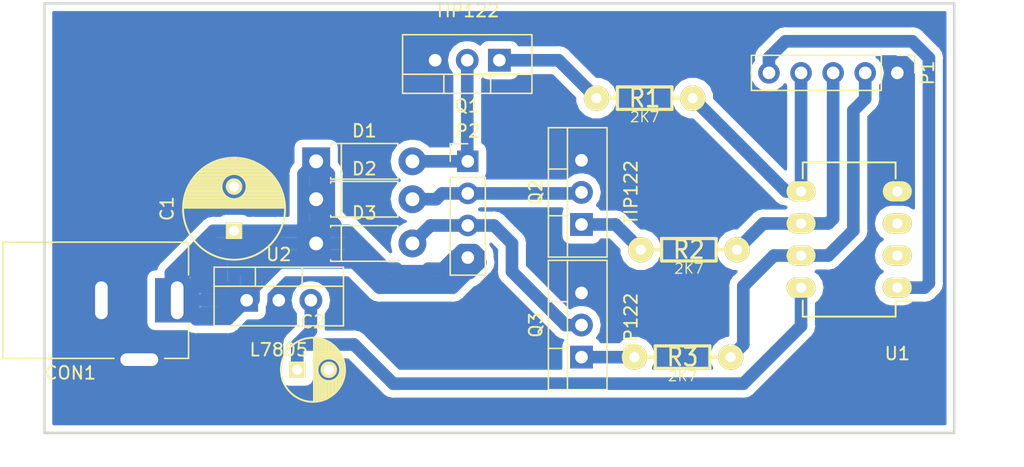
<source format=kicad_pcb>
(kicad_pcb (version 20171130) (host pcbnew "(5.0.0-rc2-dev-493-gd776eaca8)")

  (general
    (thickness 1.6)
    (drawings 6)
    (tracks 155)
    (zones 0)
    (modules 16)
    (nets 14)
  )

  (page A4)
  (layers
    (0 F.Cu signal)
    (31 B.Cu signal)
    (32 B.Adhes user)
    (33 F.Adhes user)
    (34 B.Paste user)
    (35 F.Paste user)
    (36 B.SilkS user)
    (37 F.SilkS user)
    (38 B.Mask user)
    (39 F.Mask user)
    (40 Dwgs.User user)
    (41 Cmts.User user)
    (42 Eco1.User user)
    (43 Eco2.User user)
    (44 Edge.Cuts user)
    (45 Margin user)
    (46 B.CrtYd user)
    (47 F.CrtYd user)
    (48 B.Fab user)
    (49 F.Fab user)
  )

  (setup
    (last_trace_width 1)
    (trace_clearance 0.6)
    (zone_clearance 0.508)
    (zone_45_only no)
    (trace_min 0.2)
    (segment_width 0.2)
    (edge_width 0.15)
    (via_size 1)
    (via_drill 0.8)
    (via_min_size 0.4)
    (via_min_drill 0.3)
    (uvia_size 0.3)
    (uvia_drill 0.1)
    (uvias_allowed no)
    (uvia_min_size 0.2)
    (uvia_min_drill 0.1)
    (pcb_text_width 0.3)
    (pcb_text_size 1.5 1.5)
    (mod_edge_width 0.15)
    (mod_text_size 1 1)
    (mod_text_width 0.15)
    (pad_size 1.524 1.524)
    (pad_drill 0.762)
    (pad_to_mask_clearance 0.2)
    (aux_axis_origin 101 92)
    (grid_origin 101 92)
    (visible_elements FFFFFF7F)
    (pcbplotparams
      (layerselection 0x01020_fffffffe)
      (usegerberextensions false)
      (usegerberattributes false)
      (usegerberadvancedattributes false)
      (creategerberjobfile false)
      (excludeedgelayer true)
      (linewidth 0.100000)
      (plotframeref false)
      (viasonmask false)
      (mode 1)
      (useauxorigin true)
      (hpglpennumber 1)
      (hpglpenspeed 20)
      (hpglpendiameter 15)
      (psnegative false)
      (psa4output false)
      (plotreference true)
      (plotvalue true)
      (plotinvisibletext false)
      (padsonsilk false)
      (subtractmaskfromsilk false)
      (outputformat 1)
      (mirror false)
      (drillshape 0)
      (scaleselection 1)
      (outputdirectory Gerbera/))
  )

  (net 0 "")
  (net 1 GND)
  (net 2 COMMON)
  (net 3 +5V)
  (net 4 R)
  (net 5 S)
  (net 6 T)
  (net 7 ~RESET)
  (net 8 R_CTRL)
  (net 9 S_CTRL)
  (net 10 T_CTRL)
  (net 11 "Net-(Q1-Pad1)")
  (net 12 "Net-(Q2-Pad1)")
  (net 13 "Net-(Q3-Pad1)")

  (net_class Default "This is the default net class."
    (clearance 0.6)
    (trace_width 1)
    (via_dia 1)
    (via_drill 0.8)
    (uvia_dia 0.3)
    (uvia_drill 0.1)
    (add_net +5V)
    (add_net COMMON)
    (add_net GND)
    (add_net "Net-(Q1-Pad1)")
    (add_net "Net-(Q2-Pad1)")
    (add_net "Net-(Q3-Pad1)")
    (add_net R)
    (add_net R_CTRL)
    (add_net S)
    (add_net S_CTRL)
    (add_net T)
    (add_net T_CTRL)
    (add_net ~RESET)
  )

  (module Capacitors_ThroughHole:C_Radial_D8_L11.5_P3.5 (layer F.Cu) (tedit 0) (tstamp 5B2AE52A)
    (at 116 76 90)
    (descr "Radial Electrolytic Capacitor Diameter 8mm x Length 11.5mm, Pitch 3.5mm")
    (tags "Electrolytic Capacitor")
    (path /5B20D509)
    (fp_text reference C1 (at 1.75 -5.3 90) (layer F.SilkS)
      (effects (font (size 1 1) (thickness 0.15)))
    )
    (fp_text value 100u (at 1.75 5.3 90) (layer F.Fab)
      (effects (font (size 1 1) (thickness 0.15)))
    )
    (fp_line (start 1.825 -3.999) (end 1.825 3.999) (layer F.SilkS) (width 0.15))
    (fp_line (start 1.965 -3.994) (end 1.965 3.994) (layer F.SilkS) (width 0.15))
    (fp_line (start 2.105 -3.984) (end 2.105 3.984) (layer F.SilkS) (width 0.15))
    (fp_line (start 2.245 -3.969) (end 2.245 3.969) (layer F.SilkS) (width 0.15))
    (fp_line (start 2.385 -3.949) (end 2.385 3.949) (layer F.SilkS) (width 0.15))
    (fp_line (start 2.525 -3.924) (end 2.525 -0.222) (layer F.SilkS) (width 0.15))
    (fp_line (start 2.525 0.222) (end 2.525 3.924) (layer F.SilkS) (width 0.15))
    (fp_line (start 2.665 -3.894) (end 2.665 -0.55) (layer F.SilkS) (width 0.15))
    (fp_line (start 2.665 0.55) (end 2.665 3.894) (layer F.SilkS) (width 0.15))
    (fp_line (start 2.805 -3.858) (end 2.805 -0.719) (layer F.SilkS) (width 0.15))
    (fp_line (start 2.805 0.719) (end 2.805 3.858) (layer F.SilkS) (width 0.15))
    (fp_line (start 2.945 -3.817) (end 2.945 -0.832) (layer F.SilkS) (width 0.15))
    (fp_line (start 2.945 0.832) (end 2.945 3.817) (layer F.SilkS) (width 0.15))
    (fp_line (start 3.085 -3.771) (end 3.085 -0.91) (layer F.SilkS) (width 0.15))
    (fp_line (start 3.085 0.91) (end 3.085 3.771) (layer F.SilkS) (width 0.15))
    (fp_line (start 3.225 -3.718) (end 3.225 -0.961) (layer F.SilkS) (width 0.15))
    (fp_line (start 3.225 0.961) (end 3.225 3.718) (layer F.SilkS) (width 0.15))
    (fp_line (start 3.365 -3.659) (end 3.365 -0.991) (layer F.SilkS) (width 0.15))
    (fp_line (start 3.365 0.991) (end 3.365 3.659) (layer F.SilkS) (width 0.15))
    (fp_line (start 3.505 -3.594) (end 3.505 -1) (layer F.SilkS) (width 0.15))
    (fp_line (start 3.505 1) (end 3.505 3.594) (layer F.SilkS) (width 0.15))
    (fp_line (start 3.645 -3.523) (end 3.645 -0.989) (layer F.SilkS) (width 0.15))
    (fp_line (start 3.645 0.989) (end 3.645 3.523) (layer F.SilkS) (width 0.15))
    (fp_line (start 3.785 -3.444) (end 3.785 -0.959) (layer F.SilkS) (width 0.15))
    (fp_line (start 3.785 0.959) (end 3.785 3.444) (layer F.SilkS) (width 0.15))
    (fp_line (start 3.925 -3.357) (end 3.925 -0.905) (layer F.SilkS) (width 0.15))
    (fp_line (start 3.925 0.905) (end 3.925 3.357) (layer F.SilkS) (width 0.15))
    (fp_line (start 4.065 -3.262) (end 4.065 -0.825) (layer F.SilkS) (width 0.15))
    (fp_line (start 4.065 0.825) (end 4.065 3.262) (layer F.SilkS) (width 0.15))
    (fp_line (start 4.205 -3.158) (end 4.205 -0.709) (layer F.SilkS) (width 0.15))
    (fp_line (start 4.205 0.709) (end 4.205 3.158) (layer F.SilkS) (width 0.15))
    (fp_line (start 4.345 -3.044) (end 4.345 -0.535) (layer F.SilkS) (width 0.15))
    (fp_line (start 4.345 0.535) (end 4.345 3.044) (layer F.SilkS) (width 0.15))
    (fp_line (start 4.485 -2.919) (end 4.485 -0.173) (layer F.SilkS) (width 0.15))
    (fp_line (start 4.485 0.173) (end 4.485 2.919) (layer F.SilkS) (width 0.15))
    (fp_line (start 4.625 -2.781) (end 4.625 2.781) (layer F.SilkS) (width 0.15))
    (fp_line (start 4.765 -2.629) (end 4.765 2.629) (layer F.SilkS) (width 0.15))
    (fp_line (start 4.905 -2.459) (end 4.905 2.459) (layer F.SilkS) (width 0.15))
    (fp_line (start 5.045 -2.268) (end 5.045 2.268) (layer F.SilkS) (width 0.15))
    (fp_line (start 5.185 -2.05) (end 5.185 2.05) (layer F.SilkS) (width 0.15))
    (fp_line (start 5.325 -1.794) (end 5.325 1.794) (layer F.SilkS) (width 0.15))
    (fp_line (start 5.465 -1.483) (end 5.465 1.483) (layer F.SilkS) (width 0.15))
    (fp_line (start 5.605 -1.067) (end 5.605 1.067) (layer F.SilkS) (width 0.15))
    (fp_line (start 5.745 -0.2) (end 5.745 0.2) (layer F.SilkS) (width 0.15))
    (fp_circle (center 3.5 0) (end 3.5 -1) (layer F.SilkS) (width 0.15))
    (fp_circle (center 1.75 0) (end 1.75 -4.0375) (layer F.SilkS) (width 0.15))
    (fp_circle (center 1.75 0) (end 1.75 -4.3) (layer F.CrtYd) (width 0.05))
    (pad 2 thru_hole circle (at 3.5 0 90) (size 1.3 1.3) (drill 0.8) (layers *.Cu *.Mask F.SilkS)
      (net 1 GND))
    (pad 1 thru_hole rect (at 0 0 90) (size 1.3 1.3) (drill 0.8) (layers *.Cu *.Mask F.SilkS)
      (net 2 COMMON))
    (model Capacitors_ThroughHole.3dshapes/C_Radial_D8_L11.5_P3.5.wrl
      (at (xyz 0 0 0))
      (scale (xyz 1 1 1))
      (rotate (xyz 0 0 0))
    )
  )

  (module Capacitors_ThroughHole:C_Radial_D5_L11_P2.5 (layer F.Cu) (tedit 0) (tstamp 5B2AE552)
    (at 121 87)
    (descr "Radial Electrolytic Capacitor Diameter 5mm x Length 11mm, Pitch 2.5mm")
    (tags "Electrolytic Capacitor")
    (path /5B20D5DD)
    (fp_text reference C2 (at 1.25 -3.8) (layer F.SilkS)
      (effects (font (size 1 1) (thickness 0.15)))
    )
    (fp_text value 10u (at 1.25 3.8) (layer F.Fab)
      (effects (font (size 1 1) (thickness 0.15)))
    )
    (fp_line (start 1.325 -2.499) (end 1.325 2.499) (layer F.SilkS) (width 0.15))
    (fp_line (start 1.465 -2.491) (end 1.465 2.491) (layer F.SilkS) (width 0.15))
    (fp_line (start 1.605 -2.475) (end 1.605 -0.095) (layer F.SilkS) (width 0.15))
    (fp_line (start 1.605 0.095) (end 1.605 2.475) (layer F.SilkS) (width 0.15))
    (fp_line (start 1.745 -2.451) (end 1.745 -0.49) (layer F.SilkS) (width 0.15))
    (fp_line (start 1.745 0.49) (end 1.745 2.451) (layer F.SilkS) (width 0.15))
    (fp_line (start 1.885 -2.418) (end 1.885 -0.657) (layer F.SilkS) (width 0.15))
    (fp_line (start 1.885 0.657) (end 1.885 2.418) (layer F.SilkS) (width 0.15))
    (fp_line (start 2.025 -2.377) (end 2.025 -0.764) (layer F.SilkS) (width 0.15))
    (fp_line (start 2.025 0.764) (end 2.025 2.377) (layer F.SilkS) (width 0.15))
    (fp_line (start 2.165 -2.327) (end 2.165 -0.835) (layer F.SilkS) (width 0.15))
    (fp_line (start 2.165 0.835) (end 2.165 2.327) (layer F.SilkS) (width 0.15))
    (fp_line (start 2.305 -2.266) (end 2.305 -0.879) (layer F.SilkS) (width 0.15))
    (fp_line (start 2.305 0.879) (end 2.305 2.266) (layer F.SilkS) (width 0.15))
    (fp_line (start 2.445 -2.196) (end 2.445 -0.898) (layer F.SilkS) (width 0.15))
    (fp_line (start 2.445 0.898) (end 2.445 2.196) (layer F.SilkS) (width 0.15))
    (fp_line (start 2.585 -2.114) (end 2.585 -0.896) (layer F.SilkS) (width 0.15))
    (fp_line (start 2.585 0.896) (end 2.585 2.114) (layer F.SilkS) (width 0.15))
    (fp_line (start 2.725 -2.019) (end 2.725 -0.871) (layer F.SilkS) (width 0.15))
    (fp_line (start 2.725 0.871) (end 2.725 2.019) (layer F.SilkS) (width 0.15))
    (fp_line (start 2.865 -1.908) (end 2.865 -0.823) (layer F.SilkS) (width 0.15))
    (fp_line (start 2.865 0.823) (end 2.865 1.908) (layer F.SilkS) (width 0.15))
    (fp_line (start 3.005 -1.78) (end 3.005 -0.745) (layer F.SilkS) (width 0.15))
    (fp_line (start 3.005 0.745) (end 3.005 1.78) (layer F.SilkS) (width 0.15))
    (fp_line (start 3.145 -1.631) (end 3.145 -0.628) (layer F.SilkS) (width 0.15))
    (fp_line (start 3.145 0.628) (end 3.145 1.631) (layer F.SilkS) (width 0.15))
    (fp_line (start 3.285 -1.452) (end 3.285 -0.44) (layer F.SilkS) (width 0.15))
    (fp_line (start 3.285 0.44) (end 3.285 1.452) (layer F.SilkS) (width 0.15))
    (fp_line (start 3.425 -1.233) (end 3.425 1.233) (layer F.SilkS) (width 0.15))
    (fp_line (start 3.565 -0.944) (end 3.565 0.944) (layer F.SilkS) (width 0.15))
    (fp_line (start 3.705 -0.472) (end 3.705 0.472) (layer F.SilkS) (width 0.15))
    (fp_circle (center 2.5 0) (end 2.5 -0.9) (layer F.SilkS) (width 0.15))
    (fp_circle (center 1.25 0) (end 1.25 -2.5375) (layer F.SilkS) (width 0.15))
    (fp_circle (center 1.25 0) (end 1.25 -2.8) (layer F.CrtYd) (width 0.05))
    (pad 1 thru_hole rect (at 0 0) (size 1.3 1.3) (drill 0.8) (layers *.Cu *.Mask F.SilkS)
      (net 3 +5V))
    (pad 2 thru_hole circle (at 2.5 0) (size 1.3 1.3) (drill 0.8) (layers *.Cu *.Mask F.SilkS)
      (net 1 GND))
    (model Capacitors_ThroughHole.3dshapes/C_Radial_D5_L11_P2.5.wrl
      (offset (xyz 1.25001018122673 0 0))
      (scale (xyz 1 1 1))
      (rotate (xyz 0 0 90))
    )
  )

  (module Connectors:BARREL_JACK (layer F.Cu) (tedit 5861378E) (tstamp 5B2AE571)
    (at 111.5 81.5)
    (descr "DC Barrel Jack")
    (tags "Power Jack")
    (path /5B21346B)
    (fp_text reference CON1 (at -8.45 5.75 180) (layer F.SilkS)
      (effects (font (size 1 1) (thickness 0.15)))
    )
    (fp_text value +12VDC (at -6.2 -5.5) (layer F.Fab)
      (effects (font (size 1 1) (thickness 0.15)))
    )
    (fp_line (start 1 -4.5) (end 1 -4.75) (layer F.CrtYd) (width 0.05))
    (fp_line (start 1 -4.75) (end -14 -4.75) (layer F.CrtYd) (width 0.05))
    (fp_line (start 1 -4.5) (end 1 -2) (layer F.CrtYd) (width 0.05))
    (fp_line (start 1 -2) (end 2 -2) (layer F.CrtYd) (width 0.05))
    (fp_line (start 2 -2) (end 2 2) (layer F.CrtYd) (width 0.05))
    (fp_line (start 2 2) (end 1 2) (layer F.CrtYd) (width 0.05))
    (fp_line (start 1 2) (end 1 4.75) (layer F.CrtYd) (width 0.05))
    (fp_line (start 1 4.75) (end -1 4.75) (layer F.CrtYd) (width 0.05))
    (fp_line (start -1 4.75) (end -1 6.75) (layer F.CrtYd) (width 0.05))
    (fp_line (start -1 6.75) (end -5 6.75) (layer F.CrtYd) (width 0.05))
    (fp_line (start -5 6.75) (end -5 4.75) (layer F.CrtYd) (width 0.05))
    (fp_line (start -5 4.75) (end -14 4.75) (layer F.CrtYd) (width 0.05))
    (fp_line (start -14 4.75) (end -14 -4.75) (layer F.CrtYd) (width 0.05))
    (fp_line (start -5 4.6) (end -13.8 4.6) (layer F.SilkS) (width 0.12))
    (fp_line (start -13.8 4.6) (end -13.8 -4.6) (layer F.SilkS) (width 0.12))
    (fp_line (start 0.9 1.9) (end 0.9 4.6) (layer F.SilkS) (width 0.12))
    (fp_line (start 0.9 4.6) (end -1 4.6) (layer F.SilkS) (width 0.12))
    (fp_line (start -13.8 -4.6) (end 0.9 -4.6) (layer F.SilkS) (width 0.12))
    (fp_line (start 0.9 -4.6) (end 0.9 -2) (layer F.SilkS) (width 0.12))
    (fp_line (start -10.2 -4.5) (end -10.2 4.5) (layer F.Fab) (width 0.1))
    (fp_line (start -13.7 -4.5) (end -13.7 4.5) (layer F.Fab) (width 0.1))
    (fp_line (start -13.7 4.5) (end 0.8 4.5) (layer F.Fab) (width 0.1))
    (fp_line (start 0.8 4.5) (end 0.8 -4.5) (layer F.Fab) (width 0.1))
    (fp_line (start 0.8 -4.5) (end -13.7 -4.5) (layer F.Fab) (width 0.1))
    (pad 1 thru_hole rect (at 0 0) (size 3.5 3.5) (drill oval 1 3) (layers *.Cu *.Mask)
      (net 2 COMMON))
    (pad 2 thru_hole rect (at -6 0) (size 3.5 3.5) (drill oval 1 3) (layers *.Cu *.Mask)
      (net 1 GND))
    (pad 3 thru_hole rect (at -3 4.7) (size 3.5 3.5) (drill oval 3 1) (layers *.Cu *.Mask)
      (net 1 GND))
  )

  (module Diodes_THT:D_DO-41_SOD81_P7.62mm_Horizontal (layer F.Cu) (tedit 5A372006) (tstamp 5B2AE589)
    (at 122.5 70.5)
    (descr "D, DO-41_SOD81 series, Axial, Horizontal, pin pitch=7.62mm, , length*diameter=5.2*2.7mm^2, , http://www.diodes.com/_files/packages/DO-41%20(Plastic).pdf")
    (tags "D DO-41_SOD81 series Axial Horizontal pin pitch 7.62mm  length 5.2mm diameter 2.7mm")
    (path /5B205EA6)
    (fp_text reference D1 (at 3.81 -2.41) (layer F.SilkS)
      (effects (font (size 1 1) (thickness 0.15)))
    )
    (fp_text value D (at 3.81 2.41) (layer F.Fab)
      (effects (font (size 1 1) (thickness 0.15)))
    )
    (fp_line (start 1.21 -1.35) (end 1.21 1.35) (layer F.Fab) (width 0.1))
    (fp_line (start 1.21 1.35) (end 6.41 1.35) (layer F.Fab) (width 0.1))
    (fp_line (start 6.41 1.35) (end 6.41 -1.35) (layer F.Fab) (width 0.1))
    (fp_line (start 6.41 -1.35) (end 1.21 -1.35) (layer F.Fab) (width 0.1))
    (fp_line (start 0 0) (end 1.21 0) (layer F.Fab) (width 0.1))
    (fp_line (start 7.62 0) (end 6.41 0) (layer F.Fab) (width 0.1))
    (fp_line (start 1.99 -1.35) (end 1.99 1.35) (layer F.Fab) (width 0.1))
    (fp_line (start 1.15 -1.28) (end 1.15 -1.41) (layer F.SilkS) (width 0.12))
    (fp_line (start 1.15 -1.41) (end 6.47 -1.41) (layer F.SilkS) (width 0.12))
    (fp_line (start 6.47 -1.41) (end 6.47 -1.28) (layer F.SilkS) (width 0.12))
    (fp_line (start 1.15 1.28) (end 1.15 1.41) (layer F.SilkS) (width 0.12))
    (fp_line (start 1.15 1.41) (end 6.47 1.41) (layer F.SilkS) (width 0.12))
    (fp_line (start 6.47 1.41) (end 6.47 1.28) (layer F.SilkS) (width 0.12))
    (fp_line (start 1.99 -1.41) (end 1.99 1.41) (layer F.SilkS) (width 0.12))
    (fp_line (start -1.35 -1.7) (end -1.35 1.7) (layer F.CrtYd) (width 0.05))
    (fp_line (start -1.35 1.7) (end 9 1.7) (layer F.CrtYd) (width 0.05))
    (fp_line (start 9 1.7) (end 9 -1.7) (layer F.CrtYd) (width 0.05))
    (fp_line (start 9 -1.7) (end -1.35 -1.7) (layer F.CrtYd) (width 0.05))
    (pad 1 thru_hole rect (at 0 0) (size 2.2 2.2) (drill 1.1) (layers *.Mask B.Cu)
      (net 2 COMMON))
    (pad 2 thru_hole oval (at 7.62 0) (size 2.2 2.2) (drill 1.1) (layers *.Mask B.Cu)
      (net 4 R))
    (model Diodes_THT.3dshapes/D_DO-41_SOD81_P7.62mm_Horizontal.wrl
      (at (xyz 0 0 0))
      (scale (xyz 0.393701 0.393701 0.393701))
      (rotate (xyz 0 0 0))
    )
  )

  (module Diodes_THT:D_DO-41_SOD81_P7.62mm_Horizontal (layer F.Cu) (tedit 5A372006) (tstamp 5B2AE5A1)
    (at 122.5 73.5)
    (descr "D, DO-41_SOD81 series, Axial, Horizontal, pin pitch=7.62mm, , length*diameter=5.2*2.7mm^2, , http://www.diodes.com/_files/packages/DO-41%20(Plastic).pdf")
    (tags "D DO-41_SOD81 series Axial Horizontal pin pitch 7.62mm  length 5.2mm diameter 2.7mm")
    (path /5B205F4B)
    (fp_text reference D2 (at 3.81 -2.41) (layer F.SilkS)
      (effects (font (size 1 1) (thickness 0.15)))
    )
    (fp_text value D (at 3.81 2.41) (layer F.Fab)
      (effects (font (size 1 1) (thickness 0.15)))
    )
    (fp_line (start 9 -1.7) (end -1.35 -1.7) (layer F.CrtYd) (width 0.05))
    (fp_line (start 9 1.7) (end 9 -1.7) (layer F.CrtYd) (width 0.05))
    (fp_line (start -1.35 1.7) (end 9 1.7) (layer F.CrtYd) (width 0.05))
    (fp_line (start -1.35 -1.7) (end -1.35 1.7) (layer F.CrtYd) (width 0.05))
    (fp_line (start 1.99 -1.41) (end 1.99 1.41) (layer F.SilkS) (width 0.12))
    (fp_line (start 6.47 1.41) (end 6.47 1.28) (layer F.SilkS) (width 0.12))
    (fp_line (start 1.15 1.41) (end 6.47 1.41) (layer F.SilkS) (width 0.12))
    (fp_line (start 1.15 1.28) (end 1.15 1.41) (layer F.SilkS) (width 0.12))
    (fp_line (start 6.47 -1.41) (end 6.47 -1.28) (layer F.SilkS) (width 0.12))
    (fp_line (start 1.15 -1.41) (end 6.47 -1.41) (layer F.SilkS) (width 0.12))
    (fp_line (start 1.15 -1.28) (end 1.15 -1.41) (layer F.SilkS) (width 0.12))
    (fp_line (start 1.99 -1.35) (end 1.99 1.35) (layer F.Fab) (width 0.1))
    (fp_line (start 7.62 0) (end 6.41 0) (layer F.Fab) (width 0.1))
    (fp_line (start 0 0) (end 1.21 0) (layer F.Fab) (width 0.1))
    (fp_line (start 6.41 -1.35) (end 1.21 -1.35) (layer F.Fab) (width 0.1))
    (fp_line (start 6.41 1.35) (end 6.41 -1.35) (layer F.Fab) (width 0.1))
    (fp_line (start 1.21 1.35) (end 6.41 1.35) (layer F.Fab) (width 0.1))
    (fp_line (start 1.21 -1.35) (end 1.21 1.35) (layer F.Fab) (width 0.1))
    (pad 2 thru_hole oval (at 7.62 0) (size 2.2 2.2) (drill 1.1) (layers *.Mask B.Cu)
      (net 5 S))
    (pad 1 thru_hole rect (at 0 0) (size 2.2 2.2) (drill 1.1) (layers *.Mask B.Cu)
      (net 2 COMMON))
    (model Diodes_THT.3dshapes/D_DO-41_SOD81_P7.62mm_Horizontal.wrl
      (at (xyz 0 0 0))
      (scale (xyz 0.393701 0.393701 0.393701))
      (rotate (xyz 0 0 0))
    )
  )

  (module Diodes_THT:D_DO-41_SOD81_P7.62mm_Horizontal (layer F.Cu) (tedit 5A372006) (tstamp 5B2AE5B9)
    (at 122.5 77)
    (descr "D, DO-41_SOD81 series, Axial, Horizontal, pin pitch=7.62mm, , length*diameter=5.2*2.7mm^2, , http://www.diodes.com/_files/packages/DO-41%20(Plastic).pdf")
    (tags "D DO-41_SOD81 series Axial Horizontal pin pitch 7.62mm  length 5.2mm diameter 2.7mm")
    (path /5B206085)
    (fp_text reference D3 (at 3.81 -2.41) (layer F.SilkS)
      (effects (font (size 1 1) (thickness 0.15)))
    )
    (fp_text value D (at 3.81 2.41) (layer F.Fab)
      (effects (font (size 1 1) (thickness 0.15)))
    )
    (fp_line (start 1.21 -1.35) (end 1.21 1.35) (layer F.Fab) (width 0.1))
    (fp_line (start 1.21 1.35) (end 6.41 1.35) (layer F.Fab) (width 0.1))
    (fp_line (start 6.41 1.35) (end 6.41 -1.35) (layer F.Fab) (width 0.1))
    (fp_line (start 6.41 -1.35) (end 1.21 -1.35) (layer F.Fab) (width 0.1))
    (fp_line (start 0 0) (end 1.21 0) (layer F.Fab) (width 0.1))
    (fp_line (start 7.62 0) (end 6.41 0) (layer F.Fab) (width 0.1))
    (fp_line (start 1.99 -1.35) (end 1.99 1.35) (layer F.Fab) (width 0.1))
    (fp_line (start 1.15 -1.28) (end 1.15 -1.41) (layer F.SilkS) (width 0.12))
    (fp_line (start 1.15 -1.41) (end 6.47 -1.41) (layer F.SilkS) (width 0.12))
    (fp_line (start 6.47 -1.41) (end 6.47 -1.28) (layer F.SilkS) (width 0.12))
    (fp_line (start 1.15 1.28) (end 1.15 1.41) (layer F.SilkS) (width 0.12))
    (fp_line (start 1.15 1.41) (end 6.47 1.41) (layer F.SilkS) (width 0.12))
    (fp_line (start 6.47 1.41) (end 6.47 1.28) (layer F.SilkS) (width 0.12))
    (fp_line (start 1.99 -1.41) (end 1.99 1.41) (layer F.SilkS) (width 0.12))
    (fp_line (start -1.35 -1.7) (end -1.35 1.7) (layer F.CrtYd) (width 0.05))
    (fp_line (start -1.35 1.7) (end 9 1.7) (layer F.CrtYd) (width 0.05))
    (fp_line (start 9 1.7) (end 9 -1.7) (layer F.CrtYd) (width 0.05))
    (fp_line (start 9 -1.7) (end -1.35 -1.7) (layer F.CrtYd) (width 0.05))
    (pad 1 thru_hole rect (at 0 0) (size 2.2 2.2) (drill 1.1) (layers *.Mask B.Cu)
      (net 2 COMMON))
    (pad 2 thru_hole oval (at 7.62 0) (size 2.2 2.2) (drill 1.1) (layers *.Mask B.Cu)
      (net 6 T))
    (model Diodes_THT.3dshapes/D_DO-41_SOD81_P7.62mm_Horizontal.wrl
      (at (xyz 0 0 0))
      (scale (xyz 0.393701 0.393701 0.393701))
      (rotate (xyz 0 0 0))
    )
  )

  (module Pin_Headers:Pin_Header_Straight_1x05_Pitch2.54mm (layer F.Cu) (tedit 5AE7967C) (tstamp 5B2AE5D0)
    (at 168.5 63.5 270)
    (descr "Through hole straight pin header, 1x05, 2.54mm pitch, single row")
    (tags "Through hole pin header THT 1x05 2.54mm single row")
    (path /5B206F2A)
    (fp_text reference P1 (at 0 -2.39 270) (layer F.SilkS)
      (effects (font (size 1 1) (thickness 0.15)))
    )
    (fp_text value UPLOAD (at 0 12.55 270) (layer F.Fab)
      (effects (font (size 1 1) (thickness 0.15)))
    )
    (fp_line (start 1.6 -1.6) (end -1.6 -1.6) (layer F.CrtYd) (width 0.05))
    (fp_line (start 1.6 11.7) (end 1.6 -1.6) (layer F.CrtYd) (width 0.05))
    (fp_line (start -1.6 11.7) (end 1.6 11.7) (layer F.CrtYd) (width 0.05))
    (fp_line (start -1.6 -1.6) (end -1.6 11.7) (layer F.CrtYd) (width 0.05))
    (fp_line (start -1.39 -1.39) (end 0 -1.39) (layer F.SilkS) (width 0.12))
    (fp_line (start -1.39 0) (end -1.39 -1.39) (layer F.SilkS) (width 0.12))
    (fp_line (start 1.39 1.27) (end -1.39 1.27) (layer F.SilkS) (width 0.12))
    (fp_line (start 1.39 11.55) (end 1.39 1.27) (layer F.SilkS) (width 0.12))
    (fp_line (start -1.39 11.55) (end 1.39 11.55) (layer F.SilkS) (width 0.12))
    (fp_line (start -1.39 1.27) (end -1.39 11.55) (layer F.SilkS) (width 0.12))
    (fp_line (start 1.27 -1.27) (end -1.27 -1.27) (layer F.Fab) (width 0.1))
    (fp_line (start 1.27 11.43) (end 1.27 -1.27) (layer F.Fab) (width 0.1))
    (fp_line (start -1.27 11.43) (end 1.27 11.43) (layer F.Fab) (width 0.1))
    (fp_line (start -1.27 -1.27) (end -1.27 11.43) (layer F.Fab) (width 0.1))
    (pad 5 thru_hole oval (at 0 10.16 270) (size 1.7 1.7) (drill 1) (layers *.Mask B.Cu)
      (net 7 ~RESET))
    (pad 4 thru_hole oval (at 0 7.62 270) (size 1.7 1.7) (drill 1) (layers *.Mask B.Cu)
      (net 8 R_CTRL))
    (pad 3 thru_hole oval (at 0 5.08 270) (size 1.7 1.7) (drill 1) (layers *.Mask B.Cu)
      (net 9 S_CTRL))
    (pad 2 thru_hole oval (at 0 2.54 270) (size 1.7 1.7) (drill 1) (layers *.Mask B.Cu)
      (net 10 T_CTRL))
    (pad 1 thru_hole rect (at 0 0 270) (size 1.7 1.7) (drill 1) (layers *.Mask B.Cu)
      (net 1 GND))
    (model Pin_Headers.3dshapes/Pin_Header_Straight_1x05_Pitch2.54mm.wrl
      (at (xyz 0 0 0))
      (scale (xyz 1 1 1))
      (rotate (xyz 0 0 0))
    )
  )

  (module Pin_Headers:Pin_Header_Straight_1x04_Pitch2.54mm (layer F.Cu) (tedit 5862ED52) (tstamp 5B2AE5E6)
    (at 134.5 70.5)
    (descr "Through hole straight pin header, 1x04, 2.54mm pitch, single row")
    (tags "Through hole pin header THT 1x04 2.54mm single row")
    (path /5B205741)
    (fp_text reference P2 (at 0 -2.39) (layer F.SilkS)
      (effects (font (size 1 1) (thickness 0.15)))
    )
    (fp_text value "MOTOR CONNECT" (at 0 10.01) (layer F.Fab)
      (effects (font (size 1 1) (thickness 0.15)))
    )
    (fp_line (start -1.27 -1.27) (end -1.27 8.89) (layer F.Fab) (width 0.1))
    (fp_line (start -1.27 8.89) (end 1.27 8.89) (layer F.Fab) (width 0.1))
    (fp_line (start 1.27 8.89) (end 1.27 -1.27) (layer F.Fab) (width 0.1))
    (fp_line (start 1.27 -1.27) (end -1.27 -1.27) (layer F.Fab) (width 0.1))
    (fp_line (start -1.39 1.27) (end -1.39 9.01) (layer F.SilkS) (width 0.12))
    (fp_line (start -1.39 9.01) (end 1.39 9.01) (layer F.SilkS) (width 0.12))
    (fp_line (start 1.39 9.01) (end 1.39 1.27) (layer F.SilkS) (width 0.12))
    (fp_line (start 1.39 1.27) (end -1.39 1.27) (layer F.SilkS) (width 0.12))
    (fp_line (start -1.39 0) (end -1.39 -1.39) (layer F.SilkS) (width 0.12))
    (fp_line (start -1.39 -1.39) (end 0 -1.39) (layer F.SilkS) (width 0.12))
    (fp_line (start -1.6 -1.6) (end -1.6 9.2) (layer F.CrtYd) (width 0.05))
    (fp_line (start -1.6 9.2) (end 1.6 9.2) (layer F.CrtYd) (width 0.05))
    (fp_line (start 1.6 9.2) (end 1.6 -1.6) (layer F.CrtYd) (width 0.05))
    (fp_line (start 1.6 -1.6) (end -1.6 -1.6) (layer F.CrtYd) (width 0.05))
    (pad 1 thru_hole rect (at 0 0) (size 1.7 1.7) (drill 1) (layers *.Cu *.Mask)
      (net 4 R))
    (pad 2 thru_hole oval (at 0 2.54) (size 1.7 1.7) (drill 1) (layers *.Cu *.Mask)
      (net 5 S))
    (pad 3 thru_hole oval (at 0 5.08) (size 1.7 1.7) (drill 1) (layers *.Cu *.Mask)
      (net 6 T))
    (pad 4 thru_hole oval (at 0 7.62) (size 1.7 1.7) (drill 1) (layers *.Cu *.Mask)
      (net 2 COMMON))
    (model Pin_Headers.3dshapes/Pin_Header_Straight_1x04_Pitch2.54mm.wrl
      (at (xyz 0 0 0))
      (scale (xyz 1 1 1))
      (rotate (xyz 0 0 0))
    )
  )

  (module w_pth_resistors:RC03 (layer F.Cu) (tedit 5A3743FB) (tstamp 5B2AE5F2)
    (at 148.5 65.5)
    (descr "Resistor, RC03")
    (tags R)
    (path /5B204401)
    (autoplace_cost180 10)
    (fp_text reference R1 (at 0 0) (layer F.SilkS)
      (effects (font (size 1.397 1.27) (thickness 0.2032)))
    )
    (fp_text value 2K7 (at 0 1.5) (layer F.SilkS)
      (effects (font (size 0.8 0.8) (thickness 0.1)))
    )
    (fp_line (start 2.159 0) (end 3.81 0) (layer F.SilkS) (width 0.254))
    (fp_line (start -2.159 0) (end -3.81 0) (layer F.SilkS) (width 0.254))
    (fp_line (start -2.159 -0.889) (end -2.159 0.889) (layer F.SilkS) (width 0.254))
    (fp_line (start -2.159 0.889) (end 2.159 0.889) (layer F.SilkS) (width 0.254))
    (fp_line (start 2.159 0.889) (end 2.159 -0.889) (layer F.SilkS) (width 0.254))
    (fp_line (start 2.159 -0.889) (end -2.159 -0.889) (layer F.SilkS) (width 0.254))
    (pad 1 thru_hole circle (at -3.81 0) (size 1.99898 1.99898) (drill 0.8001) (layers *.Mask B.Cu F.SilkS)
      (net 11 "Net-(Q1-Pad1)"))
    (pad 2 thru_hole circle (at 3.81 0) (size 1.99898 1.99898) (drill 0.8001) (layers *.Mask B.Cu F.SilkS)
      (net 8 R_CTRL))
    (model walter/pth_resistors/rc03.wrl
      (at (xyz 0 0 0))
      (scale (xyz 1 1 1))
      (rotate (xyz 0 0 0))
    )
  )

  (module w_pth_resistors:RC03 (layer F.Cu) (tedit 5A3743FB) (tstamp 5B2AE5FE)
    (at 152 77.5)
    (descr "Resistor, RC03")
    (tags R)
    (path /5B205113)
    (autoplace_cost180 10)
    (fp_text reference R2 (at 0 0) (layer F.SilkS)
      (effects (font (size 1.397 1.27) (thickness 0.2032)))
    )
    (fp_text value 2K7 (at 0 1.5) (layer F.SilkS)
      (effects (font (size 0.8 0.8) (thickness 0.1)))
    )
    (fp_line (start 2.159 -0.889) (end -2.159 -0.889) (layer F.SilkS) (width 0.254))
    (fp_line (start 2.159 0.889) (end 2.159 -0.889) (layer F.SilkS) (width 0.254))
    (fp_line (start -2.159 0.889) (end 2.159 0.889) (layer F.SilkS) (width 0.254))
    (fp_line (start -2.159 -0.889) (end -2.159 0.889) (layer F.SilkS) (width 0.254))
    (fp_line (start -2.159 0) (end -3.81 0) (layer F.SilkS) (width 0.254))
    (fp_line (start 2.159 0) (end 3.81 0) (layer F.SilkS) (width 0.254))
    (pad 2 thru_hole circle (at 3.81 0) (size 1.99898 1.99898) (drill 0.8001) (layers *.Mask B.Cu F.SilkS)
      (net 9 S_CTRL))
    (pad 1 thru_hole circle (at -3.81 0) (size 1.99898 1.99898) (drill 0.8001) (layers *.Mask B.Cu F.SilkS)
      (net 12 "Net-(Q2-Pad1)"))
    (model walter/pth_resistors/rc03.wrl
      (at (xyz 0 0 0))
      (scale (xyz 1 1 1))
      (rotate (xyz 0 0 0))
    )
  )

  (module w_pth_resistors:RC03 (layer F.Cu) (tedit 5A3743FB) (tstamp 5B2AE60A)
    (at 151.5 86)
    (descr "Resistor, RC03")
    (tags R)
    (path /5B205404)
    (autoplace_cost180 10)
    (fp_text reference R3 (at 0 0) (layer F.SilkS)
      (effects (font (size 1.397 1.27) (thickness 0.2032)))
    )
    (fp_text value 2K7 (at 0 1.5) (layer F.SilkS)
      (effects (font (size 0.8 0.8) (thickness 0.1)))
    )
    (fp_line (start 2.159 0) (end 3.81 0) (layer F.SilkS) (width 0.254))
    (fp_line (start -2.159 0) (end -3.81 0) (layer F.SilkS) (width 0.254))
    (fp_line (start -2.159 -0.889) (end -2.159 0.889) (layer F.SilkS) (width 0.254))
    (fp_line (start -2.159 0.889) (end 2.159 0.889) (layer F.SilkS) (width 0.254))
    (fp_line (start 2.159 0.889) (end 2.159 -0.889) (layer F.SilkS) (width 0.254))
    (fp_line (start 2.159 -0.889) (end -2.159 -0.889) (layer F.SilkS) (width 0.254))
    (pad 1 thru_hole circle (at -3.81 0) (size 1.99898 1.99898) (drill 0.8001) (layers *.Mask B.Cu F.SilkS)
      (net 13 "Net-(Q3-Pad1)"))
    (pad 2 thru_hole circle (at 3.81 0) (size 1.99898 1.99898) (drill 0.8001) (layers *.Mask B.Cu F.SilkS)
      (net 10 T_CTRL))
    (model walter/pth_resistors/rc03.wrl
      (at (xyz 0 0 0))
      (scale (xyz 1 1 1))
      (rotate (xyz 0 0 0))
    )
  )

  (module Housings_DIP:DIP-8_W7.62mm_LongPads (layer F.Cu) (tedit 54130A77) (tstamp 5B2AE621)
    (at 168.5 80.5 180)
    (descr "8-lead dip package, row spacing 7.62 mm (300 mils), longer pads")
    (tags "dil dip 2.54 300")
    (path /5B206276)
    (fp_text reference U1 (at 0 -5.22 180) (layer F.SilkS)
      (effects (font (size 1 1) (thickness 0.15)))
    )
    (fp_text value ATTINY85-20PU (at 0 -3.72 180) (layer F.Fab)
      (effects (font (size 1 1) (thickness 0.15)))
    )
    (fp_line (start -1.4 -2.45) (end -1.4 10.1) (layer F.CrtYd) (width 0.05))
    (fp_line (start 9 -2.45) (end 9 10.1) (layer F.CrtYd) (width 0.05))
    (fp_line (start -1.4 -2.45) (end 9 -2.45) (layer F.CrtYd) (width 0.05))
    (fp_line (start -1.4 10.1) (end 9 10.1) (layer F.CrtYd) (width 0.05))
    (fp_line (start 0.135 -2.295) (end 0.135 -1.025) (layer F.SilkS) (width 0.15))
    (fp_line (start 7.485 -2.295) (end 7.485 -1.025) (layer F.SilkS) (width 0.15))
    (fp_line (start 7.485 9.915) (end 7.485 8.645) (layer F.SilkS) (width 0.15))
    (fp_line (start 0.135 9.915) (end 0.135 8.645) (layer F.SilkS) (width 0.15))
    (fp_line (start 0.135 -2.295) (end 7.485 -2.295) (layer F.SilkS) (width 0.15))
    (fp_line (start 0.135 9.915) (end 7.485 9.915) (layer F.SilkS) (width 0.15))
    (fp_line (start 0.135 -1.025) (end -1.15 -1.025) (layer F.SilkS) (width 0.15))
    (pad 1 thru_hole oval (at 0 0 180) (size 2.3 1.6) (drill 0.8) (layers *.Cu *.Mask F.SilkS)
      (net 7 ~RESET))
    (pad 2 thru_hole oval (at 0 2.54 180) (size 2.3 1.6) (drill 0.8) (layers *.Cu *.Mask F.SilkS))
    (pad 3 thru_hole oval (at 0 5.08 180) (size 2.3 1.6) (drill 0.8) (layers *.Cu *.Mask F.SilkS))
    (pad 4 thru_hole oval (at 0 7.62 180) (size 2.3 1.6) (drill 0.8) (layers *.Cu *.Mask F.SilkS)
      (net 1 GND))
    (pad 5 thru_hole oval (at 7.62 7.62 180) (size 2.3 1.6) (drill 0.8) (layers *.Cu *.Mask F.SilkS)
      (net 8 R_CTRL))
    (pad 6 thru_hole oval (at 7.62 5.08 180) (size 2.3 1.6) (drill 0.8) (layers *.Cu *.Mask F.SilkS)
      (net 9 S_CTRL))
    (pad 7 thru_hole oval (at 7.62 2.54 180) (size 2.3 1.6) (drill 0.8) (layers *.Cu *.Mask F.SilkS)
      (net 10 T_CTRL))
    (pad 8 thru_hole oval (at 7.62 0 180) (size 2.3 1.6) (drill 0.8) (layers *.Cu *.Mask F.SilkS)
      (net 3 +5V))
    (model Housings_DIP.3dshapes/DIP-8_W7.62mm_LongPads.wrl
      (at (xyz 0 0 0))
      (scale (xyz 1 1 1))
      (rotate (xyz 0 0 0))
    )
  )

  (module TO_SOT_Packages_THT:TO-220_Vertical (layer F.Cu) (tedit 5A7221DD) (tstamp 5B2AE63A)
    (at 117 81.5)
    (descr "TO-220, Vertical, RM 2.54mm")
    (tags "TO-220 Vertical RM 2.54mm")
    (path /5B20A5D3)
    (fp_text reference U2 (at 2.54 -3.62) (layer F.SilkS)
      (effects (font (size 1 1) (thickness 0.15)))
    )
    (fp_text value L7805 (at 2.54 3.92) (layer F.SilkS)
      (effects (font (size 1 1) (thickness 0.15)))
    )
    (fp_line (start -2.46 -2.5) (end -2.46 1.9) (layer F.Fab) (width 0.1))
    (fp_line (start -2.46 1.9) (end 7.54 1.9) (layer F.Fab) (width 0.1))
    (fp_line (start 7.54 1.9) (end 7.54 -2.5) (layer F.Fab) (width 0.1))
    (fp_line (start 7.54 -2.5) (end -2.46 -2.5) (layer F.Fab) (width 0.1))
    (fp_line (start -2.46 -1.23) (end 7.54 -1.23) (layer F.Fab) (width 0.1))
    (fp_line (start 0.69 -2.5) (end 0.69 -1.23) (layer F.Fab) (width 0.1))
    (fp_line (start 4.39 -2.5) (end 4.39 -1.23) (layer F.Fab) (width 0.1))
    (fp_line (start -2.58 -2.62) (end 7.66 -2.62) (layer F.SilkS) (width 0.12))
    (fp_line (start -2.58 2.021) (end 7.66 2.021) (layer F.SilkS) (width 0.12))
    (fp_line (start -2.58 -2.62) (end -2.58 2.021) (layer F.SilkS) (width 0.12))
    (fp_line (start 7.66 -2.62) (end 7.66 2.021) (layer F.SilkS) (width 0.12))
    (fp_line (start -2.58 -1.11) (end 7.66 -1.11) (layer F.SilkS) (width 0.12))
    (fp_line (start 0.69 -2.62) (end 0.69 -1.11) (layer F.SilkS) (width 0.12))
    (fp_line (start 4.391 -2.62) (end 4.391 -1.11) (layer F.SilkS) (width 0.12))
    (fp_line (start -2.71 -2.75) (end -2.71 2.16) (layer F.CrtYd) (width 0.05))
    (fp_line (start -2.71 2.16) (end 7.79 2.16) (layer F.CrtYd) (width 0.05))
    (fp_line (start 7.79 2.16) (end 7.79 -2.75) (layer F.CrtYd) (width 0.05))
    (fp_line (start 7.79 -2.75) (end -2.71 -2.75) (layer F.CrtYd) (width 0.05))
    (pad 1 thru_hole rect (at 0 0) (size 1.8 1.8) (drill 1) (layers *.Mask B.Cu)
      (net 2 COMMON))
    (pad 2 thru_hole oval (at 2.54 0) (size 1.8 1.8) (drill 1) (layers *.Mask B.Cu)
      (net 1 GND))
    (pad 3 thru_hole oval (at 5.08 0) (size 1.8 1.8) (drill 1) (layers *.Mask B.Cu)
      (net 3 +5V))
    (model TO_SOT_Packages_THT.3dshapes/TO-220_Vertical.wrl
      (offset (xyz 2.539999961853027 0 0))
      (scale (xyz 0.393701 0.393701 0.393701))
      (rotate (xyz 0 0 0))
    )
  )

  (module TO_SOT_Packages_THT:TO-220_Vertical (layer F.Cu) (tedit 5A7221DD) (tstamp 5B2AE127)
    (at 137 62.5 180)
    (descr "TO-220, Vertical, RM 2.54mm")
    (tags "TO-220 Vertical RM 2.54mm")
    (path /5B203E93)
    (fp_text reference Q1 (at 2.54 -3.62 180) (layer F.SilkS)
      (effects (font (size 1 1) (thickness 0.15)))
    )
    (fp_text value TIP122 (at 2.54 3.92 180) (layer F.SilkS)
      (effects (font (size 1 1) (thickness 0.15)))
    )
    (fp_line (start -2.46 -2.5) (end -2.46 1.9) (layer F.Fab) (width 0.1))
    (fp_line (start -2.46 1.9) (end 7.54 1.9) (layer F.Fab) (width 0.1))
    (fp_line (start 7.54 1.9) (end 7.54 -2.5) (layer F.Fab) (width 0.1))
    (fp_line (start 7.54 -2.5) (end -2.46 -2.5) (layer F.Fab) (width 0.1))
    (fp_line (start -2.46 -1.23) (end 7.54 -1.23) (layer F.Fab) (width 0.1))
    (fp_line (start 0.69 -2.5) (end 0.69 -1.23) (layer F.Fab) (width 0.1))
    (fp_line (start 4.39 -2.5) (end 4.39 -1.23) (layer F.Fab) (width 0.1))
    (fp_line (start -2.58 -2.62) (end 7.66 -2.62) (layer F.SilkS) (width 0.12))
    (fp_line (start -2.58 2.021) (end 7.66 2.021) (layer F.SilkS) (width 0.12))
    (fp_line (start -2.58 -2.62) (end -2.58 2.021) (layer F.SilkS) (width 0.12))
    (fp_line (start 7.66 -2.62) (end 7.66 2.021) (layer F.SilkS) (width 0.12))
    (fp_line (start -2.58 -1.11) (end 7.66 -1.11) (layer F.SilkS) (width 0.12))
    (fp_line (start 0.69 -2.62) (end 0.69 -1.11) (layer F.SilkS) (width 0.12))
    (fp_line (start 4.391 -2.62) (end 4.391 -1.11) (layer F.SilkS) (width 0.12))
    (fp_line (start -2.71 -2.75) (end -2.71 2.16) (layer F.CrtYd) (width 0.05))
    (fp_line (start -2.71 2.16) (end 7.79 2.16) (layer F.CrtYd) (width 0.05))
    (fp_line (start 7.79 2.16) (end 7.79 -2.75) (layer F.CrtYd) (width 0.05))
    (fp_line (start 7.79 -2.75) (end -2.71 -2.75) (layer F.CrtYd) (width 0.05))
    (pad 1 thru_hole rect (at 0 0 180) (size 1.8 1.8) (drill 1) (layers *.Mask B.Cu)
      (net 11 "Net-(Q1-Pad1)"))
    (pad 2 thru_hole oval (at 2.54 0 180) (size 1.8 1.8) (drill 1) (layers *.Mask B.Cu)
      (net 4 R))
    (pad 3 thru_hole oval (at 5.08 0 180) (size 1.8 1.8) (drill 1) (layers *.Mask B.Cu)
      (net 1 GND))
    (model TO_SOT_Packages_THT.3dshapes/TO-220_Vertical.wrl
      (offset (xyz 2.539999961853027 0 0))
      (scale (xyz 0.393701 0.393701 0.393701))
      (rotate (xyz 0 0 0))
    )
  )

  (module TO_SOT_Packages_THT:TO-220_Vertical (layer F.Cu) (tedit 5A7221DD) (tstamp 5B2AE140)
    (at 143.5 75.5 90)
    (descr "TO-220, Vertical, RM 2.54mm")
    (tags "TO-220 Vertical RM 2.54mm")
    (path /5B205106)
    (fp_text reference Q2 (at 2.54 -3.62 90) (layer F.SilkS)
      (effects (font (size 1 1) (thickness 0.15)))
    )
    (fp_text value TIP122 (at 2.54 3.92 90) (layer F.SilkS)
      (effects (font (size 1 1) (thickness 0.15)))
    )
    (fp_line (start 7.79 -2.75) (end -2.71 -2.75) (layer F.CrtYd) (width 0.05))
    (fp_line (start 7.79 2.16) (end 7.79 -2.75) (layer F.CrtYd) (width 0.05))
    (fp_line (start -2.71 2.16) (end 7.79 2.16) (layer F.CrtYd) (width 0.05))
    (fp_line (start -2.71 -2.75) (end -2.71 2.16) (layer F.CrtYd) (width 0.05))
    (fp_line (start 4.391 -2.62) (end 4.391 -1.11) (layer F.SilkS) (width 0.12))
    (fp_line (start 0.69 -2.62) (end 0.69 -1.11) (layer F.SilkS) (width 0.12))
    (fp_line (start -2.58 -1.11) (end 7.66 -1.11) (layer F.SilkS) (width 0.12))
    (fp_line (start 7.66 -2.62) (end 7.66 2.021) (layer F.SilkS) (width 0.12))
    (fp_line (start -2.58 -2.62) (end -2.58 2.021) (layer F.SilkS) (width 0.12))
    (fp_line (start -2.58 2.021) (end 7.66 2.021) (layer F.SilkS) (width 0.12))
    (fp_line (start -2.58 -2.62) (end 7.66 -2.62) (layer F.SilkS) (width 0.12))
    (fp_line (start 4.39 -2.5) (end 4.39 -1.23) (layer F.Fab) (width 0.1))
    (fp_line (start 0.69 -2.5) (end 0.69 -1.23) (layer F.Fab) (width 0.1))
    (fp_line (start -2.46 -1.23) (end 7.54 -1.23) (layer F.Fab) (width 0.1))
    (fp_line (start 7.54 -2.5) (end -2.46 -2.5) (layer F.Fab) (width 0.1))
    (fp_line (start 7.54 1.9) (end 7.54 -2.5) (layer F.Fab) (width 0.1))
    (fp_line (start -2.46 1.9) (end 7.54 1.9) (layer F.Fab) (width 0.1))
    (fp_line (start -2.46 -2.5) (end -2.46 1.9) (layer F.Fab) (width 0.1))
    (pad 3 thru_hole oval (at 5.08 0 90) (size 1.8 1.8) (drill 1) (layers *.Mask B.Cu)
      (net 1 GND))
    (pad 2 thru_hole oval (at 2.54 0 90) (size 1.8 1.8) (drill 1) (layers *.Mask B.Cu)
      (net 5 S))
    (pad 1 thru_hole rect (at 0 0 90) (size 1.8 1.8) (drill 1) (layers *.Mask B.Cu)
      (net 12 "Net-(Q2-Pad1)"))
    (model TO_SOT_Packages_THT.3dshapes/TO-220_Vertical.wrl
      (offset (xyz 2.539999961853027 0 0))
      (scale (xyz 0.393701 0.393701 0.393701))
      (rotate (xyz 0 0 0))
    )
  )

  (module TO_SOT_Packages_THT:TO-220_Vertical (layer F.Cu) (tedit 5A7221DD) (tstamp 5B2AE159)
    (at 143.5 86 90)
    (descr "TO-220, Vertical, RM 2.54mm")
    (tags "TO-220 Vertical RM 2.54mm")
    (path /5B2053F7)
    (fp_text reference Q3 (at 2.54 -3.62 90) (layer F.SilkS)
      (effects (font (size 1 1) (thickness 0.15)))
    )
    (fp_text value TIP122 (at 2.54 3.92 90) (layer F.SilkS)
      (effects (font (size 1 1) (thickness 0.15)))
    )
    (fp_line (start -2.46 -2.5) (end -2.46 1.9) (layer F.Fab) (width 0.1))
    (fp_line (start -2.46 1.9) (end 7.54 1.9) (layer F.Fab) (width 0.1))
    (fp_line (start 7.54 1.9) (end 7.54 -2.5) (layer F.Fab) (width 0.1))
    (fp_line (start 7.54 -2.5) (end -2.46 -2.5) (layer F.Fab) (width 0.1))
    (fp_line (start -2.46 -1.23) (end 7.54 -1.23) (layer F.Fab) (width 0.1))
    (fp_line (start 0.69 -2.5) (end 0.69 -1.23) (layer F.Fab) (width 0.1))
    (fp_line (start 4.39 -2.5) (end 4.39 -1.23) (layer F.Fab) (width 0.1))
    (fp_line (start -2.58 -2.62) (end 7.66 -2.62) (layer F.SilkS) (width 0.12))
    (fp_line (start -2.58 2.021) (end 7.66 2.021) (layer F.SilkS) (width 0.12))
    (fp_line (start -2.58 -2.62) (end -2.58 2.021) (layer F.SilkS) (width 0.12))
    (fp_line (start 7.66 -2.62) (end 7.66 2.021) (layer F.SilkS) (width 0.12))
    (fp_line (start -2.58 -1.11) (end 7.66 -1.11) (layer F.SilkS) (width 0.12))
    (fp_line (start 0.69 -2.62) (end 0.69 -1.11) (layer F.SilkS) (width 0.12))
    (fp_line (start 4.391 -2.62) (end 4.391 -1.11) (layer F.SilkS) (width 0.12))
    (fp_line (start -2.71 -2.75) (end -2.71 2.16) (layer F.CrtYd) (width 0.05))
    (fp_line (start -2.71 2.16) (end 7.79 2.16) (layer F.CrtYd) (width 0.05))
    (fp_line (start 7.79 2.16) (end 7.79 -2.75) (layer F.CrtYd) (width 0.05))
    (fp_line (start 7.79 -2.75) (end -2.71 -2.75) (layer F.CrtYd) (width 0.05))
    (pad 1 thru_hole rect (at 0 0 90) (size 1.8 1.8) (drill 1) (layers *.Mask B.Cu)
      (net 13 "Net-(Q3-Pad1)"))
    (pad 2 thru_hole oval (at 2.54 0 90) (size 1.8 1.8) (drill 1) (layers *.Mask B.Cu)
      (net 6 T))
    (pad 3 thru_hole oval (at 5.08 0 90) (size 1.8 1.8) (drill 1) (layers *.Mask B.Cu)
      (net 1 GND))
    (model TO_SOT_Packages_THT.3dshapes/TO-220_Vertical.wrl
      (offset (xyz 2.539999961853027 0 0))
      (scale (xyz 0.393701 0.393701 0.393701))
      (rotate (xyz 0 0 0))
    )
  )

  (dimension 34 (width 0.3) (layer Margin)
    (gr_text "34,000 mm" (at 176.6 75 270) (layer Margin)
      (effects (font (size 1.5 1.5) (thickness 0.3)))
    )
    (feature1 (pts (xy 173 92) (xy 175.086421 92)))
    (feature2 (pts (xy 173 58) (xy 175.086421 58)))
    (crossbar (pts (xy 174.5 58) (xy 174.5 92)))
    (arrow1a (pts (xy 174.5 92) (xy 173.913579 90.873496)))
    (arrow1b (pts (xy 174.5 92) (xy 175.086421 90.873496)))
    (arrow2a (pts (xy 174.5 58) (xy 173.913579 59.126504)))
    (arrow2b (pts (xy 174.5 58) (xy 175.086421 59.126504)))
  )
  (dimension 72 (width 0.3) (layer Margin)
    (gr_text "72,000 mm" (at 137 96.1) (layer Margin)
      (effects (font (size 1.5 1.5) (thickness 0.3)))
    )
    (feature1 (pts (xy 101 92) (xy 101 94.586421)))
    (feature2 (pts (xy 173 92) (xy 173 94.586421)))
    (crossbar (pts (xy 173 94) (xy 101 94)))
    (arrow1a (pts (xy 101 94) (xy 102.126504 93.413579)))
    (arrow1b (pts (xy 101 94) (xy 102.126504 94.586421)))
    (arrow2a (pts (xy 173 94) (xy 171.873496 93.413579)))
    (arrow2b (pts (xy 173 94) (xy 171.873496 94.586421)))
  )
  (gr_line (start 101 92) (end 101 58) (layer Edge.Cuts) (width 0.2))
  (gr_line (start 173 92) (end 101 92) (layer Edge.Cuts) (width 0.2))
  (gr_line (start 173 58) (end 173 92) (layer Edge.Cuts) (width 0.2))
  (gr_line (start 101 58) (end 173 58) (layer Edge.Cuts) (width 0.2))

  (segment (start 111.25 86.2) (end 108.5 86.2) (width 1) (layer B.Cu) (net 1))
  (segment (start 116.112792 86.2) (end 111.25 86.2) (width 1) (layer B.Cu) (net 1))
  (segment (start 119.54 82.772792) (end 116.112792 86.2) (width 1) (layer B.Cu) (net 1))
  (segment (start 119.54 81.5) (end 119.54 82.772792) (width 1) (layer B.Cu) (net 1))
  (segment (start 168.5 72.88) (end 168.5 63.5) (width 1) (layer B.Cu) (net 1))
  (segment (start 117 81.5) (end 116 81.5) (width 1) (layer B.Cu) (net 2))
  (segment (start 116 81.5) (end 111.5 81.5) (width 1) (layer B.Cu) (net 2))
  (segment (start 122.5 74) (end 122.5 70.5) (width 1) (layer B.Cu) (net 2))
  (segment (start 125 77) (end 122.5 77) (width 1) (layer B.Cu) (net 2))
  (segment (start 128 80) (end 125 77) (width 1) (layer B.Cu) (net 2))
  (segment (start 134.5 78.12) (end 134.5 79.322081) (width 1) (layer B.Cu) (net 2))
  (segment (start 132.62 80) (end 128 80) (width 1) (layer B.Cu) (net 2))
  (segment (start 134.5 78.12) (end 132.62 80) (width 1) (layer B.Cu) (net 2))
  (segment (start 123 76) (end 122.5 75.5) (width 1) (layer B.Cu) (net 2))
  (segment (start 128 79) (end 125 76) (width 1) (layer B.Cu) (net 2))
  (segment (start 135.436001 78.436001) (end 135.436001 77.936001) (width 1) (layer B.Cu) (net 2))
  (segment (start 135.5 78.5) (end 135.436001 78.436001) (width 1) (layer B.Cu) (net 2))
  (segment (start 133.560002 78) (end 133.5 78) (width 1) (layer B.Cu) (net 2))
  (segment (start 122.5 77) (end 122.5 75.5) (width 1) (layer B.Cu) (net 2))
  (segment (start 134.677919 79.322081) (end 135.5 78.5) (width 1) (layer B.Cu) (net 2))
  (segment (start 132.5 79) (end 131.376002 79) (width 1) (layer B.Cu) (net 2))
  (segment (start 134.5 79.322081) (end 134.677919 79.322081) (width 1) (layer B.Cu) (net 2))
  (segment (start 135.436001 77.936001) (end 135.030001 77.530001) (width 1) (layer B.Cu) (net 2))
  (segment (start 133.5 78) (end 132.5 79) (width 1) (layer B.Cu) (net 2))
  (segment (start 122.5 75.5) (end 122.5 74) (width 1) (layer B.Cu) (net 2))
  (segment (start 135.030001 77.530001) (end 134.030001 77.530001) (width 1) (layer B.Cu) (net 2))
  (segment (start 134.030001 77.530001) (end 133.560002 78) (width 1) (layer B.Cu) (net 2))
  (segment (start 131.176001 79.200001) (end 129.063999 79.200001) (width 1) (layer B.Cu) (net 2))
  (segment (start 131.376002 79) (end 131.176001 79.200001) (width 1) (layer B.Cu) (net 2))
  (segment (start 129.063999 79.200001) (end 128.863998 79) (width 1) (layer B.Cu) (net 2))
  (segment (start 128.863998 79) (end 128 79) (width 1) (layer B.Cu) (net 2))
  (segment (start 122.5 77) (end 122.5 76) (width 1) (layer B.Cu) (net 2))
  (segment (start 122.5 76) (end 122.5 73.5) (width 1) (layer B.Cu) (net 2))
  (segment (start 121.5 71.5) (end 122.5 70.5) (width 1) (layer B.Cu) (net 2))
  (segment (start 121.5 75.5) (end 121.5 71.5) (width 1) (layer B.Cu) (net 2))
  (segment (start 122.5 77) (end 122.5 76.5) (width 1) (layer B.Cu) (net 2))
  (segment (start 122.5 76.5) (end 121.5 75.5) (width 1) (layer B.Cu) (net 2))
  (segment (start 123.5 75) (end 123.5 71.5) (width 1) (layer B.Cu) (net 2))
  (segment (start 123 75) (end 123.5 75) (width 1) (layer B.Cu) (net 2))
  (segment (start 123.5 71.5) (end 122.5 70.5) (width 1) (layer B.Cu) (net 2))
  (segment (start 122.5 76) (end 123 75.5) (width 1) (layer B.Cu) (net 2))
  (segment (start 123 75.5) (end 123 75) (width 1) (layer B.Cu) (net 2))
  (segment (start 133.322081 80.5) (end 134.5 79.322081) (width 1) (layer B.Cu) (net 2))
  (segment (start 127.5 80.5) (end 133.322081 80.5) (width 1) (layer B.Cu) (net 2))
  (segment (start 121.5 78) (end 125 78) (width 1) (layer B.Cu) (net 2))
  (segment (start 124 75.5) (end 123.5 75) (width 1) (layer B.Cu) (net 2))
  (segment (start 124 76) (end 124 75.5) (width 1) (layer B.Cu) (net 2))
  (segment (start 124 76) (end 123 76) (width 1) (layer B.Cu) (net 2))
  (segment (start 125 76) (end 124 76) (width 1) (layer B.Cu) (net 2))
  (segment (start 119.6 77) (end 117 79.6) (width 1) (layer B.Cu) (net 2))
  (segment (start 117 79.6) (end 117 81.5) (width 1) (layer B.Cu) (net 2))
  (segment (start 122.5 77) (end 119.6 77) (width 1) (layer B.Cu) (net 2))
  (segment (start 116.5 79) (end 119.5 76) (width 1) (layer B.Cu) (net 2))
  (segment (start 116 79) (end 116.5 79) (width 1) (layer B.Cu) (net 2))
  (segment (start 121.5 75.5) (end 121.5 76) (width 1) (layer B.Cu) (net 2))
  (segment (start 121.5 76) (end 121.5 78) (width 1) (layer B.Cu) (net 2))
  (segment (start 119.5 76) (end 120 76) (width 1) (layer B.Cu) (net 2))
  (segment (start 120 76) (end 121.5 76) (width 1) (layer B.Cu) (net 2))
  (segment (start 116 77.5) (end 117.5 76) (width 1) (layer B.Cu) (net 2))
  (segment (start 116 78) (end 116 77.5) (width 1) (layer B.Cu) (net 2))
  (segment (start 117.5 76) (end 120 76) (width 1) (layer B.Cu) (net 2))
  (segment (start 116 76) (end 117.5 76) (width 1) (layer B.Cu) (net 2))
  (segment (start 116 76) (end 116 78) (width 1) (layer B.Cu) (net 2))
  (segment (start 116 78.5) (end 118 76.5) (width 1) (layer B.Cu) (net 2))
  (segment (start 116 78.5) (end 116 79) (width 1) (layer B.Cu) (net 2))
  (segment (start 116 78) (end 116 78.5) (width 1) (layer B.Cu) (net 2))
  (segment (start 114.35 76) (end 111 79.35) (width 1) (layer B.Cu) (net 2))
  (segment (start 116 76) (end 114.35 76) (width 1) (layer B.Cu) (net 2))
  (segment (start 111 81) (end 111.5 81.5) (width 1) (layer B.Cu) (net 2))
  (segment (start 111 79.35) (end 111 81) (width 1) (layer B.Cu) (net 2))
  (segment (start 111.5 81.5) (end 111.5 80) (width 1) (layer B.Cu) (net 2))
  (segment (start 111.5 80) (end 114.5 77) (width 1) (layer B.Cu) (net 2))
  (segment (start 114.5 77) (end 115.5 77) (width 1) (layer B.Cu) (net 2))
  (segment (start 114.5 78) (end 115 78.5) (width 1) (layer B.Cu) (net 2))
  (segment (start 115 78.5) (end 115 80.5) (width 1) (layer B.Cu) (net 2))
  (segment (start 115 80.5) (end 114.5 80) (width 1) (layer B.Cu) (net 2))
  (segment (start 114.5 80) (end 113.5 80) (width 1) (layer B.Cu) (net 2))
  (segment (start 113.5 80) (end 114.5 79) (width 1) (layer B.Cu) (net 2))
  (segment (start 115.5 78) (end 114.5 78) (width 1) (layer B.Cu) (net 2))
  (segment (start 115.5 77) (end 115.5 78) (width 1) (layer B.Cu) (net 2))
  (segment (start 114.5 78) (end 113 79.5) (width 1) (layer B.Cu) (net 2))
  (segment (start 116 80.5) (end 113.5 80.5) (width 1) (layer B.Cu) (net 2))
  (segment (start 116 80.5) (end 116 81.5) (width 1) (layer B.Cu) (net 2))
  (segment (start 116 79) (end 116 80.5) (width 1) (layer B.Cu) (net 2))
  (segment (start 113 83) (end 111.5 81.5) (width 1) (layer B.Cu) (net 2))
  (segment (start 117 81.5) (end 115.5 83) (width 1) (layer B.Cu) (net 2))
  (segment (start 115.5 83) (end 113 83) (width 1) (layer B.Cu) (net 2))
  (segment (start 116 81.5) (end 115 82.5) (width 1) (layer B.Cu) (net 2))
  (segment (start 115 82.5) (end 113.5 82.5) (width 1) (layer B.Cu) (net 2))
  (segment (start 119.4 78) (end 121.5 78) (width 1) (layer B.Cu) (net 2))
  (segment (start 117.539999 79.860001) (end 119.4 78) (width 1) (layer B.Cu) (net 2))
  (segment (start 117.5 81.5) (end 117.539999 81.460001) (width 1) (layer B.Cu) (net 2))
  (segment (start 117 81.5) (end 117.5 81.5) (width 1) (layer B.Cu) (net 2))
  (segment (start 117.579998 80.5) (end 119.579998 78.5) (width 1) (layer B.Cu) (net 2))
  (segment (start 117.539999 80.5) (end 117.579998 80.5) (width 1) (layer B.Cu) (net 2))
  (segment (start 117.539999 80.5) (end 117.539999 79.860001) (width 1) (layer B.Cu) (net 2))
  (segment (start 117.539999 81.460001) (end 117.539999 80.5) (width 1) (layer B.Cu) (net 2))
  (segment (start 119.579998 78.5) (end 124.5 78.5) (width 1) (layer B.Cu) (net 2))
  (segment (start 124.5 78.5) (end 125.5 78.5) (width 1) (layer B.Cu) (net 2))
  (segment (start 125 78) (end 125.5 78.5) (width 1) (layer B.Cu) (net 2))
  (segment (start 125.5 78.5) (end 127.5 80.5) (width 1) (layer B.Cu) (net 2))
  (segment (start 121 87) (end 121 85) (width 1) (layer B.Cu) (net 3))
  (segment (start 122.08 83.92) (end 122.08 81.5) (width 1) (layer B.Cu) (net 3))
  (segment (start 121 85) (end 122.08 83.92) (width 1) (layer B.Cu) (net 3))
  (segment (start 156.317757 88.099491) (end 128.599491 88.099491) (width 1) (layer B.Cu) (net 3))
  (segment (start 160.88 80.5) (end 160.88 83.537248) (width 1) (layer B.Cu) (net 3))
  (segment (start 160.88 83.537248) (end 156.317757 88.099491) (width 1) (layer B.Cu) (net 3))
  (segment (start 128.599491 88.099491) (end 125.5 85) (width 1) (layer B.Cu) (net 3))
  (segment (start 125.5 85) (end 121 85) (width 1) (layer B.Cu) (net 3))
  (segment (start 130.12 70.5) (end 134.5 70.5) (width 1) (layer B.Cu) (net 4))
  (segment (start 134.46 70.46) (end 134.5 70.5) (width 1) (layer B.Cu) (net 4))
  (segment (start 134.46 62.5) (end 134.46 70.46) (width 1) (layer B.Cu) (net 4))
  (segment (start 130.12 73.5) (end 132 73.5) (width 1) (layer B.Cu) (net 5))
  (segment (start 132.46 73.04) (end 134.5 73.04) (width 1) (layer B.Cu) (net 5))
  (segment (start 132 73.5) (end 132.46 73.04) (width 1) (layer B.Cu) (net 5))
  (segment (start 143.42 73.04) (end 143.5 72.96) (width 1) (layer B.Cu) (net 5))
  (segment (start 134.5 73.04) (end 143.42 73.04) (width 1) (layer B.Cu) (net 5))
  (segment (start 131.54 75.58) (end 134.5 75.58) (width 1) (layer B.Cu) (net 6))
  (segment (start 130.12 77) (end 131.54 75.58) (width 1) (layer B.Cu) (net 6))
  (segment (start 142.227208 83.46) (end 138 79.232792) (width 1) (layer B.Cu) (net 6))
  (segment (start 143.5 83.46) (end 142.227208 83.46) (width 1) (layer B.Cu) (net 6))
  (segment (start 138 79.232792) (end 138 77) (width 1) (layer B.Cu) (net 6))
  (segment (start 136.58 75.58) (end 134.5 75.58) (width 1) (layer B.Cu) (net 6))
  (segment (start 138 77) (end 136.58 75.58) (width 1) (layer B.Cu) (net 6))
  (segment (start 158.34 62.297919) (end 159.637919 61) (width 1) (layer B.Cu) (net 7))
  (segment (start 158.34 63.5) (end 158.34 62.297919) (width 1) (layer B.Cu) (net 7))
  (segment (start 169.680002 61) (end 171 62.319998) (width 1) (layer B.Cu) (net 7))
  (segment (start 159.637919 61) (end 169.680002 61) (width 1) (layer B.Cu) (net 7))
  (segment (start 170.65 80.5) (end 168.5 80.5) (width 1) (layer B.Cu) (net 7))
  (segment (start 171 80.15) (end 170.65 80.5) (width 1) (layer B.Cu) (net 7))
  (segment (start 171 62.319998) (end 171 80.15) (width 1) (layer B.Cu) (net 7))
  (segment (start 159.69 72.88) (end 160.88 72.88) (width 1) (layer B.Cu) (net 8))
  (segment (start 152.31 65.5) (end 159.69 72.88) (width 1) (layer B.Cu) (net 8))
  (segment (start 160.88 72.88) (end 160.88 63.5) (width 1) (layer B.Cu) (net 8))
  (segment (start 157.89 75.42) (end 155.81 77.5) (width 1) (layer B.Cu) (net 9))
  (segment (start 160.88 75.42) (end 157.89 75.42) (width 1) (layer B.Cu) (net 9))
  (segment (start 163.42 64.702081) (end 163.42 63.5) (width 1) (layer B.Cu) (net 9))
  (segment (start 163.42 75.03) (end 163.42 64.702081) (width 1) (layer B.Cu) (net 9))
  (segment (start 163.03 75.42) (end 163.42 75.03) (width 1) (layer B.Cu) (net 9))
  (segment (start 160.88 75.42) (end 163.03 75.42) (width 1) (layer B.Cu) (net 9))
  (segment (start 158.73 77.96) (end 160.88 77.96) (width 1) (layer B.Cu) (net 10))
  (segment (start 156.309489 80.380511) (end 158.73 77.96) (width 1) (layer B.Cu) (net 10))
  (segment (start 156.309489 85.000511) (end 156.309489 80.380511) (width 1) (layer B.Cu) (net 10))
  (segment (start 155.31 86) (end 156.309489 85.000511) (width 1) (layer B.Cu) (net 10))
  (segment (start 165.96 64.702081) (end 165.96 63.5) (width 1) (layer B.Cu) (net 10))
  (segment (start 165.96 65.54) (end 165.96 64.702081) (width 1) (layer B.Cu) (net 10))
  (segment (start 165.02001 66.47999) (end 165.96 65.54) (width 1) (layer B.Cu) (net 10))
  (segment (start 165.02001 75.96999) (end 165.02001 66.47999) (width 1) (layer B.Cu) (net 10))
  (segment (start 160.88 77.96) (end 163.03 77.96) (width 1) (layer B.Cu) (net 10))
  (segment (start 163.03 77.96) (end 165.02001 75.96999) (width 1) (layer B.Cu) (net 10))
  (segment (start 141.69 62.5) (end 144.69 65.5) (width 1) (layer B.Cu) (net 11))
  (segment (start 137 62.5) (end 141.69 62.5) (width 1) (layer B.Cu) (net 11))
  (segment (start 146.19 75.5) (end 143.5 75.5) (width 1) (layer B.Cu) (net 12))
  (segment (start 148.19 77.5) (end 146.19 75.5) (width 1) (layer B.Cu) (net 12))
  (segment (start 143.5 86) (end 147.69 86) (width 1) (layer B.Cu) (net 13))

  (zone (net 1) (net_name GND) (layer B.Cu) (tstamp 5B2AE47B) (hatch edge 0.508)
    (connect_pads yes (clearance 0.508))
    (min_thickness 0.254)
    (fill yes (arc_segments 16) (thermal_gap 0.508) (thermal_bridge_width 0.508))
    (polygon
      (pts
        (xy 173 58) (xy 173 90.5) (xy 173 92) (xy 101 92) (xy 101 58)
      )
    )
    (filled_polygon
      (pts
        (xy 172.265001 91.265) (xy 101.735 91.265) (xy 101.735 79.75) (xy 109.008758 79.75) (xy 109.008758 83.25)
        (xy 109.065182 83.533661) (xy 109.225863 83.774137) (xy 109.466339 83.934818) (xy 109.75 83.991242) (xy 112.274958 83.991242)
        (xy 112.349197 84.040847) (xy 112.521248 84.155808) (xy 112.879153 84.227) (xy 112.879156 84.227) (xy 112.999999 84.251037)
        (xy 113.120842 84.227) (xy 115.379157 84.227) (xy 115.5 84.251037) (xy 115.620843 84.227) (xy 115.620847 84.227)
        (xy 115.978752 84.155808) (xy 116.384617 83.884617) (xy 116.453072 83.782167) (xy 117.093997 83.141242) (xy 117.9 83.141242)
        (xy 118.183661 83.084818) (xy 118.424137 82.924137) (xy 118.584818 82.683661) (xy 118.641242 82.4) (xy 118.641242 82.020415)
        (xy 118.695807 81.938753) (xy 118.766999 81.580848) (xy 118.766999 81.580844) (xy 118.791036 81.460002) (xy 118.766999 81.339159)
        (xy 118.766999 81.048238) (xy 120.088238 79.727) (xy 124.991761 79.727) (xy 126.54693 81.28217) (xy 126.615383 81.384617)
        (xy 126.71783 81.45307) (xy 126.717831 81.453071) (xy 126.788065 81.5) (xy 127.021248 81.655808) (xy 127.379153 81.727)
        (xy 127.379156 81.727) (xy 127.499999 81.751037) (xy 127.620842 81.727) (xy 133.201238 81.727) (xy 133.322081 81.751037)
        (xy 133.442924 81.727) (xy 133.442928 81.727) (xy 133.800833 81.655808) (xy 134.206698 81.384617) (xy 134.275153 81.282167)
        (xy 135.060253 80.497068) (xy 135.156671 80.477889) (xy 135.562536 80.206698) (xy 135.630991 80.104248) (xy 136.28217 79.45307)
        (xy 136.384617 79.384617) (xy 136.453069 79.282171) (xy 136.453071 79.282169) (xy 136.655808 78.978751) (xy 136.751037 78.500001)
        (xy 136.746811 78.478752) (xy 136.663001 78.057411) (xy 136.663001 78.056844) (xy 136.687038 77.936001) (xy 136.663001 77.815158)
        (xy 136.663001 77.815155) (xy 136.591809 77.45725) (xy 136.329626 77.064865) (xy 136.773001 77.50824) (xy 136.773 79.111949)
        (xy 136.748963 79.232792) (xy 136.773 79.353635) (xy 136.773 79.353638) (xy 136.844192 79.711543) (xy 137.115383 80.117409)
        (xy 137.217833 80.185864) (xy 141.274138 84.24217) (xy 141.342591 84.344617) (xy 141.445038 84.41307) (xy 141.445039 84.413071)
        (xy 141.530965 84.470485) (xy 141.748456 84.615808) (xy 142.013893 84.668607) (xy 141.915182 84.816339) (xy 141.858758 85.1)
        (xy 141.858758 86.872491) (xy 129.107731 86.872491) (xy 126.453071 84.217832) (xy 126.384617 84.115383) (xy 125.978752 83.844192)
        (xy 125.620847 83.773) (xy 125.620843 83.773) (xy 125.5 83.748963) (xy 125.379157 83.773) (xy 123.307 83.773)
        (xy 123.307 82.592186) (xy 123.6126 82.134824) (xy 123.738874 81.5) (xy 123.6126 80.865176) (xy 123.253001 80.326999)
        (xy 122.714824 79.9674) (xy 122.240242 79.873) (xy 121.919758 79.873) (xy 121.445176 79.9674) (xy 120.906999 80.326999)
        (xy 120.5474 80.865176) (xy 120.421126 81.5) (xy 120.5474 82.134824) (xy 120.853001 82.592187) (xy 120.853 83.411759)
        (xy 120.217832 84.046928) (xy 120.115383 84.115383) (xy 119.844192 84.521248) (xy 119.748962 85) (xy 119.773001 85.120851)
        (xy 119.773001 85.904977) (xy 119.665182 86.066339) (xy 119.608758 86.35) (xy 119.608758 87.65) (xy 119.665182 87.933661)
        (xy 119.825863 88.174137) (xy 120.066339 88.334818) (xy 120.35 88.391242) (xy 121.65 88.391242) (xy 121.933661 88.334818)
        (xy 122.174137 88.174137) (xy 122.334818 87.933661) (xy 122.391242 87.65) (xy 122.391242 86.35) (xy 122.366776 86.227)
        (xy 124.991761 86.227) (xy 127.646421 88.881661) (xy 127.714874 88.984108) (xy 128.120739 89.255299) (xy 128.478644 89.326491)
        (xy 128.478647 89.326491) (xy 128.59949 89.350528) (xy 128.720333 89.326491) (xy 156.196914 89.326491) (xy 156.317757 89.350528)
        (xy 156.4386 89.326491) (xy 156.438604 89.326491) (xy 156.796509 89.255299) (xy 157.202374 88.984108) (xy 157.270829 88.881658)
        (xy 161.66217 84.490318) (xy 161.764617 84.421865) (xy 162.035808 84.016) (xy 162.107 83.658095) (xy 162.107 83.658091)
        (xy 162.131037 83.537248) (xy 162.107 83.416405) (xy 162.107 81.750514) (xy 162.330905 81.600905) (xy 162.668402 81.095806)
        (xy 162.786915 80.5) (xy 162.668402 79.904194) (xy 162.330905 79.399095) (xy 162.077837 79.23) (xy 162.142191 79.187)
        (xy 162.909157 79.187) (xy 163.03 79.211037) (xy 163.150843 79.187) (xy 163.150847 79.187) (xy 163.508752 79.115808)
        (xy 163.914617 78.844617) (xy 163.983072 78.742167) (xy 165.80218 76.92306) (xy 165.904627 76.854607) (xy 165.973831 76.751037)
        (xy 166.090915 76.575808) (xy 166.175818 76.448742) (xy 166.24701 76.090837) (xy 166.24701 76.090834) (xy 166.271047 75.969991)
        (xy 166.24701 75.849148) (xy 166.24701 66.98823) (xy 166.742172 66.493068) (xy 166.844617 66.424617) (xy 166.913068 66.322173)
        (xy 166.913072 66.322169) (xy 167.045698 66.123679) (xy 167.115808 66.018752) (xy 167.187 65.660847) (xy 167.187 65.660843)
        (xy 167.211037 65.54) (xy 167.187 65.419157) (xy 167.187 64.502188) (xy 167.445501 64.115315) (xy 167.567895 63.5)
        (xy 167.445501 62.884685) (xy 167.096953 62.363047) (xy 166.893345 62.227) (xy 169.171763 62.227) (xy 169.773 62.828238)
        (xy 169.773001 74.200223) (xy 169.445806 73.981598) (xy 169.000393 73.893) (xy 167.999607 73.893) (xy 167.554194 73.981598)
        (xy 167.049095 74.319095) (xy 166.711598 74.824194) (xy 166.593085 75.42) (xy 166.711598 76.015806) (xy 167.049095 76.520905)
        (xy 167.302163 76.69) (xy 167.049095 76.859095) (xy 166.711598 77.364194) (xy 166.593085 77.96) (xy 166.711598 78.555806)
        (xy 167.049095 79.060905) (xy 167.302163 79.23) (xy 167.049095 79.399095) (xy 166.711598 79.904194) (xy 166.593085 80.5)
        (xy 166.711598 81.095806) (xy 167.049095 81.600905) (xy 167.554194 81.938402) (xy 167.999607 82.027) (xy 169.000393 82.027)
        (xy 169.445806 81.938402) (xy 169.762191 81.727) (xy 170.529157 81.727) (xy 170.65 81.751037) (xy 170.770843 81.727)
        (xy 170.770847 81.727) (xy 171.128752 81.655808) (xy 171.534617 81.384617) (xy 171.603072 81.282167) (xy 171.782167 81.103072)
        (xy 171.884617 81.034617) (xy 172.155808 80.628752) (xy 172.227 80.270847) (xy 172.227 80.270843) (xy 172.251037 80.15)
        (xy 172.227 80.029157) (xy 172.227 62.44084) (xy 172.251037 62.319997) (xy 172.227 62.199152) (xy 172.227 62.199151)
        (xy 172.155808 61.841246) (xy 171.884617 61.435381) (xy 171.78217 61.366928) (xy 170.633074 60.217833) (xy 170.564619 60.115383)
        (xy 170.158754 59.844192) (xy 169.800849 59.773) (xy 169.800845 59.773) (xy 169.680002 59.748963) (xy 169.559159 59.773)
        (xy 159.758762 59.773) (xy 159.637919 59.748963) (xy 159.517076 59.773) (xy 159.517072 59.773) (xy 159.159167 59.844192)
        (xy 158.753302 60.115383) (xy 158.684849 60.217831) (xy 157.557831 61.344849) (xy 157.455384 61.413302) (xy 157.184192 61.819167)
        (xy 157.113 62.177072) (xy 157.113 62.177076) (xy 157.088963 62.297919) (xy 157.113 62.418762) (xy 157.113 62.497812)
        (xy 156.854499 62.884685) (xy 156.732105 63.5) (xy 156.854499 64.115315) (xy 157.203047 64.636953) (xy 157.724685 64.985501)
        (xy 158.184681 65.077) (xy 158.495319 65.077) (xy 158.955315 64.985501) (xy 159.476953 64.636953) (xy 159.61 64.437834)
        (xy 159.653001 64.50219) (xy 159.653 71.10776) (xy 154.03649 65.491251) (xy 154.03649 65.15658) (xy 153.773648 64.522022)
        (xy 153.287978 64.036352) (xy 152.65342 63.77351) (xy 151.96658 63.77351) (xy 151.332022 64.036352) (xy 150.846352 64.522022)
        (xy 150.58351 65.15658) (xy 150.58351 65.84342) (xy 150.846352 66.477978) (xy 151.332022 66.963648) (xy 151.96658 67.22649)
        (xy 152.301251 67.22649) (xy 158.73693 73.66217) (xy 158.805383 73.764617) (xy 158.90783 73.83307) (xy 158.907831 73.833071)
        (xy 158.969373 73.874192) (xy 159.211248 74.035808) (xy 159.569153 74.107) (xy 159.569156 74.107) (xy 159.638432 74.12078)
        (xy 159.682163 74.15) (xy 159.617809 74.193) (xy 158.010842 74.193) (xy 157.889999 74.168963) (xy 157.769156 74.193)
        (xy 157.769153 74.193) (xy 157.411248 74.264192) (xy 157.171792 74.424192) (xy 157.005383 74.535383) (xy 156.93693 74.63783)
        (xy 155.801251 75.77351) (xy 155.46658 75.77351) (xy 154.832022 76.036352) (xy 154.346352 76.522022) (xy 154.08351 77.15658)
        (xy 154.08351 77.84342) (xy 154.346352 78.477978) (xy 154.832022 78.963648) (xy 155.46658 79.22649) (xy 155.728271 79.22649)
        (xy 155.52732 79.427441) (xy 155.424873 79.495894) (xy 155.35642 79.598341) (xy 155.356418 79.598343) (xy 155.262331 79.739154)
        (xy 155.182415 79.858758) (xy 155.153681 79.901761) (xy 155.058452 80.380511) (xy 155.08249 80.501358) (xy 155.082489 84.27351)
        (xy 154.96658 84.27351) (xy 154.332022 84.536352) (xy 153.846352 85.022022) (xy 153.58351 85.65658) (xy 153.58351 86.34342)
        (xy 153.802658 86.872491) (xy 149.197342 86.872491) (xy 149.41649 86.34342) (xy 149.41649 85.65658) (xy 149.153648 85.022022)
        (xy 148.667978 84.536352) (xy 148.03342 84.27351) (xy 147.34658 84.27351) (xy 146.712022 84.536352) (xy 146.475374 84.773)
        (xy 145.05586 84.773) (xy 144.924137 84.575863) (xy 144.776911 84.477489) (xy 145.0326 84.094824) (xy 145.158874 83.46)
        (xy 145.0326 82.825176) (xy 144.673001 82.286999) (xy 144.134824 81.9274) (xy 143.660242 81.833) (xy 143.339758 81.833)
        (xy 142.865176 81.9274) (xy 142.604216 82.101768) (xy 139.227 78.724553) (xy 139.227 77.120842) (xy 139.251037 76.999999)
        (xy 139.227 76.879154) (xy 139.227 76.879153) (xy 139.155808 76.521248) (xy 139.117968 76.464617) (xy 138.953071 76.217831)
        (xy 138.95307 76.21783) (xy 138.884617 76.115383) (xy 138.782169 76.046929) (xy 137.533072 74.797833) (xy 137.464617 74.695383)
        (xy 137.058752 74.424192) (xy 136.700847 74.353) (xy 136.700843 74.353) (xy 136.58 74.328963) (xy 136.459157 74.353)
        (xy 135.502188 74.353) (xy 135.437834 74.31) (xy 135.502188 74.267) (xy 141.948149 74.267) (xy 141.915182 74.316339)
        (xy 141.858758 74.6) (xy 141.858758 76.4) (xy 141.915182 76.683661) (xy 142.075863 76.924137) (xy 142.316339 77.084818)
        (xy 142.6 77.141242) (xy 144.4 77.141242) (xy 144.683661 77.084818) (xy 144.924137 76.924137) (xy 145.05586 76.727)
        (xy 145.681761 76.727) (xy 146.46351 77.50875) (xy 146.46351 77.84342) (xy 146.726352 78.477978) (xy 147.212022 78.963648)
        (xy 147.84658 79.22649) (xy 148.53342 79.22649) (xy 149.167978 78.963648) (xy 149.653648 78.477978) (xy 149.91649 77.84342)
        (xy 149.91649 77.15658) (xy 149.653648 76.522022) (xy 149.167978 76.036352) (xy 148.53342 75.77351) (xy 148.19875 75.77351)
        (xy 147.143071 74.717832) (xy 147.074617 74.615383) (xy 146.668752 74.344192) (xy 146.310847 74.273) (xy 146.310843 74.273)
        (xy 146.19 74.248963) (xy 146.069157 74.273) (xy 145.05586 74.273) (xy 144.924137 74.075863) (xy 144.776911 73.977489)
        (xy 145.0326 73.594824) (xy 145.158874 72.96) (xy 145.0326 72.325176) (xy 144.673001 71.786999) (xy 144.134824 71.4274)
        (xy 143.660242 71.333) (xy 143.339758 71.333) (xy 142.865176 71.4274) (xy 142.326999 71.786999) (xy 142.309626 71.813)
        (xy 135.914987 71.813) (xy 136.034818 71.633661) (xy 136.091242 71.35) (xy 136.091242 69.65) (xy 136.034818 69.366339)
        (xy 135.874137 69.125863) (xy 135.687 69.000822) (xy 135.687 63.998396) (xy 135.816339 64.084818) (xy 136.1 64.141242)
        (xy 137.9 64.141242) (xy 138.183661 64.084818) (xy 138.424137 63.924137) (xy 138.55586 63.727) (xy 141.181761 63.727)
        (xy 142.96351 65.50875) (xy 142.96351 65.84342) (xy 143.226352 66.477978) (xy 143.712022 66.963648) (xy 144.34658 67.22649)
        (xy 145.03342 67.22649) (xy 145.667978 66.963648) (xy 146.153648 66.477978) (xy 146.41649 65.84342) (xy 146.41649 65.15658)
        (xy 146.153648 64.522022) (xy 145.667978 64.036352) (xy 145.03342 63.77351) (xy 144.69875 63.77351) (xy 142.643072 61.717833)
        (xy 142.574617 61.615383) (xy 142.168752 61.344192) (xy 141.810847 61.273) (xy 141.810843 61.273) (xy 141.69 61.248963)
        (xy 141.569157 61.273) (xy 138.55586 61.273) (xy 138.424137 61.075863) (xy 138.183661 60.915182) (xy 137.9 60.858758)
        (xy 136.1 60.858758) (xy 135.816339 60.915182) (xy 135.575863 61.075863) (xy 135.477489 61.223089) (xy 135.094824 60.9674)
        (xy 134.620242 60.873) (xy 134.299758 60.873) (xy 133.825176 60.9674) (xy 133.286999 61.326999) (xy 132.9274 61.865176)
        (xy 132.801126 62.5) (xy 132.9274 63.134824) (xy 133.233 63.592186) (xy 133.233001 69.054276) (xy 133.125863 69.125863)
        (xy 133.027549 69.273) (xy 131.49746 69.273) (xy 131.437194 69.182806) (xy 130.83286 68.779004) (xy 130.299943 68.673)
        (xy 129.940057 68.673) (xy 129.40714 68.779004) (xy 128.802806 69.182806) (xy 128.399004 69.78714) (xy 128.257207 70.5)
        (xy 128.399004 71.21286) (xy 128.802806 71.817194) (xy 129.076395 72) (xy 128.802806 72.182806) (xy 128.399004 72.78714)
        (xy 128.257207 73.5) (xy 128.399004 74.21286) (xy 128.802806 74.817194) (xy 129.40714 75.220996) (xy 129.552953 75.25)
        (xy 129.40714 75.279004) (xy 128.802806 75.682806) (xy 128.399004 76.28714) (xy 128.257207 77) (xy 128.386813 77.651574)
        (xy 125.953071 75.217832) (xy 125.884617 75.115383) (xy 125.478752 74.844192) (xy 125.120847 74.773) (xy 125.120843 74.773)
        (xy 125 74.748963) (xy 124.976938 74.75355) (xy 124.884617 74.615383) (xy 124.782167 74.546928) (xy 124.727 74.491761)
        (xy 124.727 71.620843) (xy 124.751037 71.5) (xy 124.727 71.379157) (xy 124.727 71.379153) (xy 124.655808 71.021248)
        (xy 124.548636 70.860854) (xy 124.453072 70.717832) (xy 124.45307 70.71783) (xy 124.384617 70.615383) (xy 124.341242 70.586401)
        (xy 124.341242 69.4) (xy 124.284818 69.116339) (xy 124.124137 68.875863) (xy 123.883661 68.715182) (xy 123.6 68.658758)
        (xy 121.4 68.658758) (xy 121.116339 68.715182) (xy 120.875863 68.875863) (xy 120.715182 69.116339) (xy 120.658758 69.4)
        (xy 120.658758 70.586401) (xy 120.615384 70.615383) (xy 120.546931 70.71783) (xy 120.546929 70.717832) (xy 120.417347 70.911765)
        (xy 120.37259 70.97875) (xy 120.344192 71.02125) (xy 120.248963 71.5) (xy 120.273001 71.620847) (xy 120.273 74.773)
        (xy 119.620843 74.773) (xy 119.5 74.748963) (xy 119.379157 74.773) (xy 117.620842 74.773) (xy 117.499999 74.748963)
        (xy 117.379156 74.773) (xy 117.095022 74.773) (xy 116.933661 74.665182) (xy 116.65 74.608758) (xy 115.35 74.608758)
        (xy 115.066339 74.665182) (xy 114.904978 74.773) (xy 114.470842 74.773) (xy 114.349999 74.748963) (xy 114.229156 74.773)
        (xy 114.229153 74.773) (xy 113.871248 74.844192) (xy 113.606263 75.02125) (xy 113.465383 75.115383) (xy 113.39693 75.21783)
        (xy 110.217833 78.396928) (xy 110.115383 78.465383) (xy 109.844192 78.871249) (xy 109.81684 79.008758) (xy 109.75 79.008758)
        (xy 109.466339 79.065182) (xy 109.225863 79.225863) (xy 109.065182 79.466339) (xy 109.008758 79.75) (xy 101.735 79.75)
        (xy 101.735 58.735) (xy 172.265 58.735)
      )
    )
  )
)

</source>
